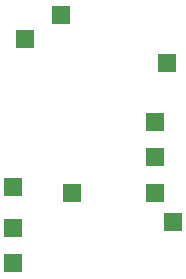
<source format=gbr>
%TF.GenerationSoftware,KiCad,Pcbnew,9.0.2*%
%TF.CreationDate,2025-07-27T20:23:48+02:00*%
%TF.ProjectId,ldo,6c646f2e-6b69-4636-9164-5f7063625858,rev?*%
%TF.SameCoordinates,Original*%
%TF.FileFunction,Soldermask,Bot*%
%TF.FilePolarity,Negative*%
%FSLAX46Y46*%
G04 Gerber Fmt 4.6, Leading zero omitted, Abs format (unit mm)*
G04 Created by KiCad (PCBNEW 9.0.2) date 2025-07-27 20:23:48*
%MOMM*%
%LPD*%
G01*
G04 APERTURE LIST*
%ADD10R,1.500000X1.500000*%
G04 APERTURE END LIST*
D10*
%TO.C,ctrl2*%
X89500000Y-57000000D03*
%TD*%
%TO.C,o1*%
X96500000Y-57000000D03*
%TD*%
%TO.C,i1*%
X84500000Y-60000000D03*
%TD*%
%TO.C,ctrl1*%
X98000000Y-59500000D03*
%TD*%
%TO.C,o2*%
X84500000Y-56500000D03*
%TD*%
%TO.C,i2*%
X84500000Y-63000000D03*
%TD*%
%TO.C,g2*%
X85500000Y-44000000D03*
%TD*%
%TO.C,g1*%
X88500000Y-42000000D03*
%TD*%
%TO.C,v3*%
X97500000Y-46000000D03*
%TD*%
%TO.C,tr2*%
X96500000Y-54000000D03*
%TD*%
%TO.C,tr1*%
X96500000Y-51000000D03*
%TD*%
M02*

</source>
